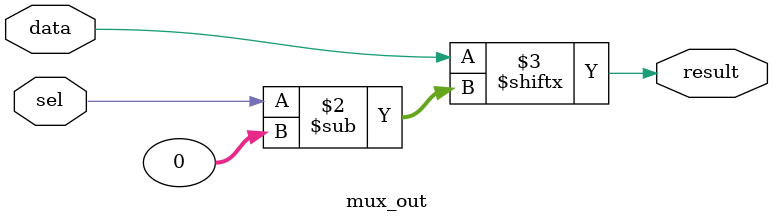
<source format=v>

module onewire_interface_s2gx (
	clk,
	TX_SGX,
	IO_DATA,
	RX_SGX,
	db_proto,
	oe_of_data
);

input	clk;
input	[99:0] TX_SGX;
inout	IO_DATA;
output	[29:0] RX_SGX;
output	[4:0] db_proto;
output	oe_of_data;
reg		data_out_SGX;
wire	[6:0] RX_SGX_SEL;
wire	TX_SGX0;
wire	[6:0] TX_SGX_SEL;
wire	output_en;
//wire	SYNTHESIZED_WIRE_4;
reg	DFF_inst12;
wire	SYNTHESIZED_WIRE_3;

wire	[99:0] GDFX_TEMP_SIGNAL_0;

assign	oe_of_data = output_en;
assign	GDFX_TEMP_SIGNAL_0 = {TX_SGX[99],TX_SGX[98],TX_SGX[97],TX_SGX[96],TX_SGX[95],TX_SGX[94],TX_SGX[93],TX_SGX[92],TX_SGX[91],TX_SGX[90],TX_SGX[89],TX_SGX[88],TX_SGX[87],TX_SGX[86],TX_SGX[85],TX_SGX[84],TX_SGX[83],TX_SGX[82],TX_SGX[81],TX_SGX[80],TX_SGX[79],TX_SGX[78],TX_SGX[77],TX_SGX[76],TX_SGX[75],TX_SGX[74],TX_SGX[73],TX_SGX[72],TX_SGX[71],TX_SGX[70],TX_SGX[69],TX_SGX[68],TX_SGX[67],TX_SGX[66],TX_SGX[65],TX_SGX[64],TX_SGX[63],TX_SGX[62],TX_SGX[61],TX_SGX[60],TX_SGX[59],TX_SGX[58],TX_SGX[57],TX_SGX[56],TX_SGX[55],TX_SGX[54],TX_SGX[53],TX_SGX[52],TX_SGX[51],TX_SGX[50],TX_SGX[49],TX_SGX[48],TX_SGX[47],TX_SGX[46],TX_SGX[45],TX_SGX[44],TX_SGX[43],TX_SGX[42],TX_SGX[41],TX_SGX[40],TX_SGX[39],TX_SGX[38],TX_SGX[37],TX_SGX[36],TX_SGX[35],TX_SGX[34],TX_SGX[33],TX_SGX[32],TX_SGX[31],TX_SGX[30],TX_SGX[29],TX_SGX[28],TX_SGX[27],TX_SGX[26],TX_SGX[25],TX_SGX[24],TX_SGX[23],TX_SGX[22],TX_SGX[21],TX_SGX[20],TX_SGX[19],TX_SGX[18],TX_SGX[17],TX_SGX[16],TX_SGX[15],TX_SGX[14],TX_SGX[13],TX_SGX[12],TX_SGX[11],TX_SGX[10],TX_SGX[9],TX_SGX[8],TX_SGX[7],TX_SGX[6],TX_SGX[5],TX_SGX[4],TX_SGX[3],TX_SGX[2],TX_SGX[1],TX_SGX[0]};


//inv	b2v_inst(.data(clk),.result(SYNTHESIZED_WIRE_4));

always@(posedge clk)
begin
	begin
	DFF_inst12 <= IO_DATA;
	end
end
assign	IO_DATA = output_en ? data_out_SGX : 1'bz;
//assign	IO_DATA = output_en ? 1'b1 : 1'bz;

controller_SGX	b2v_inst16(.clk(clk),
.io_data(IO_DATA),.output_en(output_en),.db_proto(db_proto),.rx_sel(RX_SGX_SEL),.tx_sel(TX_SGX_SEL));

DEMUX_SGX	b2v_inst17(.clk(!clk),
.data_in(DFF_inst12),.sel(RX_SGX_SEL),.result(RX_SGX));

defparam	b2v_inst5.data_width	=	99;
defparam	b2v_inst5.sel_width		=	7;	// roundup(log2(data_width))
mux_out	b2v_inst5(.data(GDFX_TEMP_SIGNAL_0),
.sel(TX_SGX_SEL),.result(SYNTHESIZED_WIRE_3));

always@(negedge clk)
begin
	begin
	data_out_SGX <= SYNTHESIZED_WIRE_3;
//	data_out_SGX <= 1'b0;

	end
end

assign	TX_SGX0 = 0;

endmodule

module mux_out (data,sel,result);
parameter	data_width	=	1;
parameter	sel_width	=	1;	// log2(data_width)

input [data_width-1:0] data;
input [sel_width-1:0] sel;
output reg	result;

always	@(sel or data)
	result	=	data[sel-0];
	
endmodule

</source>
